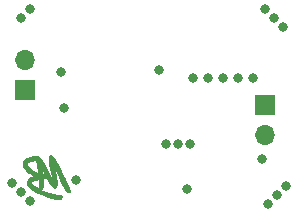
<source format=gbr>
%TF.GenerationSoftware,KiCad,Pcbnew,7.0.5*%
%TF.CreationDate,2023-06-26T08:48:10-07:00*%
%TF.ProjectId,42Vdownto5V,34325664-6f77-46e7-946f-35562e6b6963,rev?*%
%TF.SameCoordinates,Original*%
%TF.FileFunction,Soldermask,Bot*%
%TF.FilePolarity,Negative*%
%FSLAX46Y46*%
G04 Gerber Fmt 4.6, Leading zero omitted, Abs format (unit mm)*
G04 Created by KiCad (PCBNEW 7.0.5) date 2023-06-26 08:48:10*
%MOMM*%
%LPD*%
G01*
G04 APERTURE LIST*
%ADD10C,0.010000*%
%ADD11R,1.700000X1.700000*%
%ADD12O,1.700000X1.700000*%
%ADD13C,0.800000*%
G04 APERTURE END LIST*
%TO.C,G\u002A\u002A\u002A*%
D10*
X105891237Y-99274588D02*
X105999083Y-99486517D01*
X106005524Y-99499226D01*
X106111587Y-99707109D01*
X106149249Y-99779667D01*
X106200531Y-99878466D01*
X106273276Y-100014954D01*
X106330742Y-100118229D01*
X106373850Y-100189947D01*
X106403518Y-100231763D01*
X106420668Y-100245334D01*
X106424248Y-100242362D01*
X106425934Y-100207586D01*
X106417004Y-100136038D01*
X106398009Y-100030609D01*
X106369501Y-99894192D01*
X106332031Y-99729680D01*
X106286152Y-99539965D01*
X106262157Y-99442525D01*
X106215064Y-99245809D01*
X106178109Y-99081266D01*
X106150246Y-98942959D01*
X106130428Y-98824952D01*
X106117610Y-98721306D01*
X106110746Y-98626085D01*
X106108789Y-98533353D01*
X106108797Y-98528815D01*
X106110728Y-98412018D01*
X106118441Y-98330740D01*
X106135673Y-98278428D01*
X106166158Y-98248528D01*
X106213631Y-98234487D01*
X106281829Y-98229750D01*
X106302164Y-98231194D01*
X106356756Y-98252541D01*
X106418356Y-98300481D01*
X106488024Y-98376615D01*
X106566822Y-98482543D01*
X106655813Y-98619864D01*
X106756057Y-98790179D01*
X106868618Y-98995087D01*
X106994557Y-99236189D01*
X107134936Y-99515084D01*
X107193426Y-99633995D01*
X107289465Y-99832427D01*
X107390693Y-100044764D01*
X107491011Y-100258096D01*
X107584323Y-100459518D01*
X107664530Y-100636120D01*
X107679311Y-100669149D01*
X107754764Y-100839440D01*
X107813322Y-100976263D01*
X107855961Y-101083734D01*
X107883659Y-101165970D01*
X107897393Y-101227091D01*
X107898141Y-101271213D01*
X107886879Y-101302454D01*
X107864584Y-101324931D01*
X107832235Y-101342763D01*
X107816336Y-101349641D01*
X107750164Y-101365101D01*
X107694453Y-101347651D01*
X107636196Y-101294060D01*
X107598380Y-101248418D01*
X107556420Y-101190875D01*
X107512620Y-101122530D01*
X107465192Y-101039843D01*
X107412343Y-100939272D01*
X107352285Y-100817277D01*
X107283226Y-100670318D01*
X107203376Y-100494855D01*
X107110944Y-100287345D01*
X107004139Y-100044250D01*
X106966092Y-99957732D01*
X106893057Y-99794318D01*
X106822302Y-99639252D01*
X106755923Y-99496884D01*
X106696012Y-99371564D01*
X106644664Y-99267642D01*
X106603973Y-99189467D01*
X106576033Y-99141389D01*
X106562938Y-99127758D01*
X106562804Y-99131957D01*
X106568940Y-99168060D01*
X106583007Y-99234804D01*
X106603393Y-99324739D01*
X106628484Y-99430417D01*
X106680176Y-99654874D01*
X106734719Y-99927443D01*
X106774055Y-100173169D01*
X106798115Y-100390269D01*
X106806833Y-100576959D01*
X106800142Y-100731458D01*
X106777975Y-100851982D01*
X106740264Y-100936748D01*
X106686943Y-100983974D01*
X106679752Y-100986861D01*
X106613785Y-100989852D01*
X106534625Y-100962046D01*
X106450933Y-100907643D01*
X106371370Y-100830848D01*
X106366513Y-100825157D01*
X106295310Y-100732048D01*
X106219159Y-100617838D01*
X106146108Y-100495904D01*
X106084200Y-100379624D01*
X106041483Y-100282375D01*
X105996994Y-100160667D01*
X105625778Y-100160667D01*
X105617925Y-100536375D01*
X105615845Y-100619573D01*
X105609633Y-100762294D01*
X105599898Y-100870331D01*
X105585513Y-100948807D01*
X105565351Y-101002846D01*
X105538286Y-101037573D01*
X105503191Y-101058111D01*
X105469563Y-101065073D01*
X105402464Y-101059073D01*
X105339021Y-101035426D01*
X105298301Y-100999579D01*
X105289501Y-100967900D01*
X105281462Y-100900106D01*
X105275795Y-100807942D01*
X105272644Y-100700995D01*
X105272153Y-100588848D01*
X105274465Y-100481086D01*
X105279724Y-100387293D01*
X105288073Y-100317054D01*
X105303730Y-100230025D01*
X105193541Y-100250053D01*
X105184772Y-100251685D01*
X105081005Y-100275407D01*
X104967360Y-100307732D01*
X104856684Y-100344429D01*
X104761824Y-100381270D01*
X104695625Y-100414023D01*
X104666423Y-100434759D01*
X104629997Y-100482851D01*
X104628641Y-100539899D01*
X104662895Y-100609956D01*
X104733298Y-100697078D01*
X104749116Y-100713918D01*
X104860499Y-100814042D01*
X105005769Y-100917991D01*
X105187435Y-101027424D01*
X105408001Y-101144002D01*
X105586738Y-101226691D01*
X105878054Y-101338296D01*
X106188876Y-101433182D01*
X106506341Y-101507571D01*
X106817583Y-101557689D01*
X106866002Y-101563679D01*
X106990422Y-101581485D01*
X107080643Y-101600254D01*
X107142751Y-101622737D01*
X107182836Y-101651679D01*
X107206982Y-101689829D01*
X107221278Y-101739935D01*
X107223096Y-101770225D01*
X107202661Y-101837404D01*
X107157344Y-101893400D01*
X107097620Y-101922728D01*
X107058476Y-101926753D01*
X106957660Y-101925437D01*
X106827859Y-101913447D01*
X106676578Y-101891923D01*
X106511321Y-101862007D01*
X106339592Y-101824838D01*
X106168897Y-101781559D01*
X105952506Y-101717619D01*
X105684630Y-101625582D01*
X105428227Y-101523477D01*
X105187642Y-101413611D01*
X104967221Y-101298292D01*
X104771311Y-101179826D01*
X104604258Y-101060522D01*
X104470406Y-100942687D01*
X104374102Y-100828627D01*
X104308715Y-100712320D01*
X104275803Y-100593858D01*
X104276594Y-100468170D01*
X104290476Y-100396675D01*
X104343025Y-100276089D01*
X104430778Y-100175736D01*
X104555001Y-100094357D01*
X104716960Y-100030692D01*
X104748056Y-100021569D01*
X104792652Y-100008533D01*
X104821194Y-99996497D01*
X104831047Y-99981812D01*
X104819577Y-99960828D01*
X104784149Y-99929897D01*
X104722130Y-99885371D01*
X104630886Y-99823600D01*
X104507782Y-99740936D01*
X104476417Y-99719609D01*
X104316194Y-99602763D01*
X104190705Y-99494248D01*
X104095694Y-99388677D01*
X104026908Y-99280660D01*
X103980092Y-99164811D01*
X103950991Y-99035740D01*
X103946280Y-99001655D01*
X103945912Y-98977496D01*
X104293151Y-98977496D01*
X104321995Y-99070572D01*
X104378185Y-99173321D01*
X104459972Y-99280035D01*
X104494376Y-99315779D01*
X104588695Y-99397024D01*
X104703993Y-99481387D01*
X104827814Y-99560635D01*
X104947705Y-99626535D01*
X105051211Y-99670855D01*
X105121181Y-99694113D01*
X105176087Y-99709972D01*
X105205490Y-99712673D01*
X105217319Y-99702667D01*
X105219500Y-99680403D01*
X105217362Y-99658152D01*
X105208955Y-99599292D01*
X105195307Y-99512840D01*
X105177632Y-99405732D01*
X105157144Y-99284904D01*
X105152804Y-99259827D01*
X105520685Y-99259827D01*
X105520989Y-99284333D01*
X105526558Y-99341955D01*
X105536478Y-99424375D01*
X105549834Y-99523279D01*
X105572068Y-99680403D01*
X105586114Y-99779667D01*
X105790785Y-99779667D01*
X105659449Y-99515999D01*
X105642684Y-99482520D01*
X105596792Y-99392802D01*
X105558812Y-99321353D01*
X105532306Y-99274761D01*
X105520833Y-99259611D01*
X105520685Y-99259827D01*
X105152804Y-99259827D01*
X105145694Y-99218750D01*
X105494666Y-99218750D01*
X105505250Y-99229334D01*
X105515833Y-99218750D01*
X105505250Y-99208167D01*
X105494666Y-99218750D01*
X105145694Y-99218750D01*
X105135056Y-99157292D01*
X105112584Y-99029831D01*
X105090942Y-98909458D01*
X105071343Y-98803108D01*
X105055001Y-98717718D01*
X105043132Y-98660223D01*
X105036948Y-98637559D01*
X105023795Y-98636239D01*
X104976048Y-98640145D01*
X104902456Y-98649803D01*
X104812253Y-98664122D01*
X104779368Y-98670054D01*
X104635356Y-98703618D01*
X104505500Y-98745753D01*
X104399182Y-98793031D01*
X104325782Y-98842019D01*
X104324497Y-98843203D01*
X104293402Y-98899803D01*
X104293151Y-98977496D01*
X103945912Y-98977496D01*
X103944200Y-98865116D01*
X103974437Y-98747854D01*
X104039480Y-98645638D01*
X104141815Y-98554237D01*
X104283930Y-98469419D01*
X104372466Y-98429888D01*
X104499069Y-98383346D01*
X104639514Y-98339281D01*
X104778929Y-98302320D01*
X104902442Y-98277085D01*
X105011525Y-98263700D01*
X105115663Y-98266260D01*
X105203338Y-98292745D01*
X105286787Y-98347184D01*
X105378250Y-98433601D01*
X105406094Y-98463307D01*
X105452365Y-98516648D01*
X105497955Y-98575604D01*
X105545257Y-98644235D01*
X105596666Y-98726599D01*
X105654574Y-98826756D01*
X105721377Y-98948767D01*
X105799466Y-99096691D01*
X105862433Y-99218750D01*
X105891237Y-99274588D01*
G36*
X105891237Y-99274588D02*
G01*
X105999083Y-99486517D01*
X106005524Y-99499226D01*
X106111587Y-99707109D01*
X106149249Y-99779667D01*
X106200531Y-99878466D01*
X106273276Y-100014954D01*
X106330742Y-100118229D01*
X106373850Y-100189947D01*
X106403518Y-100231763D01*
X106420668Y-100245334D01*
X106424248Y-100242362D01*
X106425934Y-100207586D01*
X106417004Y-100136038D01*
X106398009Y-100030609D01*
X106369501Y-99894192D01*
X106332031Y-99729680D01*
X106286152Y-99539965D01*
X106262157Y-99442525D01*
X106215064Y-99245809D01*
X106178109Y-99081266D01*
X106150246Y-98942959D01*
X106130428Y-98824952D01*
X106117610Y-98721306D01*
X106110746Y-98626085D01*
X106108789Y-98533353D01*
X106108797Y-98528815D01*
X106110728Y-98412018D01*
X106118441Y-98330740D01*
X106135673Y-98278428D01*
X106166158Y-98248528D01*
X106213631Y-98234487D01*
X106281829Y-98229750D01*
X106302164Y-98231194D01*
X106356756Y-98252541D01*
X106418356Y-98300481D01*
X106488024Y-98376615D01*
X106566822Y-98482543D01*
X106655813Y-98619864D01*
X106756057Y-98790179D01*
X106868618Y-98995087D01*
X106994557Y-99236189D01*
X107134936Y-99515084D01*
X107193426Y-99633995D01*
X107289465Y-99832427D01*
X107390693Y-100044764D01*
X107491011Y-100258096D01*
X107584323Y-100459518D01*
X107664530Y-100636120D01*
X107679311Y-100669149D01*
X107754764Y-100839440D01*
X107813322Y-100976263D01*
X107855961Y-101083734D01*
X107883659Y-101165970D01*
X107897393Y-101227091D01*
X107898141Y-101271213D01*
X107886879Y-101302454D01*
X107864584Y-101324931D01*
X107832235Y-101342763D01*
X107816336Y-101349641D01*
X107750164Y-101365101D01*
X107694453Y-101347651D01*
X107636196Y-101294060D01*
X107598380Y-101248418D01*
X107556420Y-101190875D01*
X107512620Y-101122530D01*
X107465192Y-101039843D01*
X107412343Y-100939272D01*
X107352285Y-100817277D01*
X107283226Y-100670318D01*
X107203376Y-100494855D01*
X107110944Y-100287345D01*
X107004139Y-100044250D01*
X106966092Y-99957732D01*
X106893057Y-99794318D01*
X106822302Y-99639252D01*
X106755923Y-99496884D01*
X106696012Y-99371564D01*
X106644664Y-99267642D01*
X106603973Y-99189467D01*
X106576033Y-99141389D01*
X106562938Y-99127758D01*
X106562804Y-99131957D01*
X106568940Y-99168060D01*
X106583007Y-99234804D01*
X106603393Y-99324739D01*
X106628484Y-99430417D01*
X106680176Y-99654874D01*
X106734719Y-99927443D01*
X106774055Y-100173169D01*
X106798115Y-100390269D01*
X106806833Y-100576959D01*
X106800142Y-100731458D01*
X106777975Y-100851982D01*
X106740264Y-100936748D01*
X106686943Y-100983974D01*
X106679752Y-100986861D01*
X106613785Y-100989852D01*
X106534625Y-100962046D01*
X106450933Y-100907643D01*
X106371370Y-100830848D01*
X106366513Y-100825157D01*
X106295310Y-100732048D01*
X106219159Y-100617838D01*
X106146108Y-100495904D01*
X106084200Y-100379624D01*
X106041483Y-100282375D01*
X105996994Y-100160667D01*
X105625778Y-100160667D01*
X105617925Y-100536375D01*
X105615845Y-100619573D01*
X105609633Y-100762294D01*
X105599898Y-100870331D01*
X105585513Y-100948807D01*
X105565351Y-101002846D01*
X105538286Y-101037573D01*
X105503191Y-101058111D01*
X105469563Y-101065073D01*
X105402464Y-101059073D01*
X105339021Y-101035426D01*
X105298301Y-100999579D01*
X105289501Y-100967900D01*
X105281462Y-100900106D01*
X105275795Y-100807942D01*
X105272644Y-100700995D01*
X105272153Y-100588848D01*
X105274465Y-100481086D01*
X105279724Y-100387293D01*
X105288073Y-100317054D01*
X105303730Y-100230025D01*
X105193541Y-100250053D01*
X105184772Y-100251685D01*
X105081005Y-100275407D01*
X104967360Y-100307732D01*
X104856684Y-100344429D01*
X104761824Y-100381270D01*
X104695625Y-100414023D01*
X104666423Y-100434759D01*
X104629997Y-100482851D01*
X104628641Y-100539899D01*
X104662895Y-100609956D01*
X104733298Y-100697078D01*
X104749116Y-100713918D01*
X104860499Y-100814042D01*
X105005769Y-100917991D01*
X105187435Y-101027424D01*
X105408001Y-101144002D01*
X105586738Y-101226691D01*
X105878054Y-101338296D01*
X106188876Y-101433182D01*
X106506341Y-101507571D01*
X106817583Y-101557689D01*
X106866002Y-101563679D01*
X106990422Y-101581485D01*
X107080643Y-101600254D01*
X107142751Y-101622737D01*
X107182836Y-101651679D01*
X107206982Y-101689829D01*
X107221278Y-101739935D01*
X107223096Y-101770225D01*
X107202661Y-101837404D01*
X107157344Y-101893400D01*
X107097620Y-101922728D01*
X107058476Y-101926753D01*
X106957660Y-101925437D01*
X106827859Y-101913447D01*
X106676578Y-101891923D01*
X106511321Y-101862007D01*
X106339592Y-101824838D01*
X106168897Y-101781559D01*
X105952506Y-101717619D01*
X105684630Y-101625582D01*
X105428227Y-101523477D01*
X105187642Y-101413611D01*
X104967221Y-101298292D01*
X104771311Y-101179826D01*
X104604258Y-101060522D01*
X104470406Y-100942687D01*
X104374102Y-100828627D01*
X104308715Y-100712320D01*
X104275803Y-100593858D01*
X104276594Y-100468170D01*
X104290476Y-100396675D01*
X104343025Y-100276089D01*
X104430778Y-100175736D01*
X104555001Y-100094357D01*
X104716960Y-100030692D01*
X104748056Y-100021569D01*
X104792652Y-100008533D01*
X104821194Y-99996497D01*
X104831047Y-99981812D01*
X104819577Y-99960828D01*
X104784149Y-99929897D01*
X104722130Y-99885371D01*
X104630886Y-99823600D01*
X104507782Y-99740936D01*
X104476417Y-99719609D01*
X104316194Y-99602763D01*
X104190705Y-99494248D01*
X104095694Y-99388677D01*
X104026908Y-99280660D01*
X103980092Y-99164811D01*
X103950991Y-99035740D01*
X103946280Y-99001655D01*
X103945912Y-98977496D01*
X104293151Y-98977496D01*
X104321995Y-99070572D01*
X104378185Y-99173321D01*
X104459972Y-99280035D01*
X104494376Y-99315779D01*
X104588695Y-99397024D01*
X104703993Y-99481387D01*
X104827814Y-99560635D01*
X104947705Y-99626535D01*
X105051211Y-99670855D01*
X105121181Y-99694113D01*
X105176087Y-99709972D01*
X105205490Y-99712673D01*
X105217319Y-99702667D01*
X105219500Y-99680403D01*
X105217362Y-99658152D01*
X105208955Y-99599292D01*
X105195307Y-99512840D01*
X105177632Y-99405732D01*
X105157144Y-99284904D01*
X105152804Y-99259827D01*
X105520685Y-99259827D01*
X105520989Y-99284333D01*
X105526558Y-99341955D01*
X105536478Y-99424375D01*
X105549834Y-99523279D01*
X105572068Y-99680403D01*
X105586114Y-99779667D01*
X105790785Y-99779667D01*
X105659449Y-99515999D01*
X105642684Y-99482520D01*
X105596792Y-99392802D01*
X105558812Y-99321353D01*
X105532306Y-99274761D01*
X105520833Y-99259611D01*
X105520685Y-99259827D01*
X105152804Y-99259827D01*
X105145694Y-99218750D01*
X105494666Y-99218750D01*
X105505250Y-99229334D01*
X105515833Y-99218750D01*
X105505250Y-99208167D01*
X105494666Y-99218750D01*
X105145694Y-99218750D01*
X105135056Y-99157292D01*
X105112584Y-99029831D01*
X105090942Y-98909458D01*
X105071343Y-98803108D01*
X105055001Y-98717718D01*
X105043132Y-98660223D01*
X105036948Y-98637559D01*
X105023795Y-98636239D01*
X104976048Y-98640145D01*
X104902456Y-98649803D01*
X104812253Y-98664122D01*
X104779368Y-98670054D01*
X104635356Y-98703618D01*
X104505500Y-98745753D01*
X104399182Y-98793031D01*
X104325782Y-98842019D01*
X104324497Y-98843203D01*
X104293402Y-98899803D01*
X104293151Y-98977496D01*
X103945912Y-98977496D01*
X103944200Y-98865116D01*
X103974437Y-98747854D01*
X104039480Y-98645638D01*
X104141815Y-98554237D01*
X104283930Y-98469419D01*
X104372466Y-98429888D01*
X104499069Y-98383346D01*
X104639514Y-98339281D01*
X104778929Y-98302320D01*
X104902442Y-98277085D01*
X105011525Y-98263700D01*
X105115663Y-98266260D01*
X105203338Y-98292745D01*
X105286787Y-98347184D01*
X105378250Y-98433601D01*
X105406094Y-98463307D01*
X105452365Y-98516648D01*
X105497955Y-98575604D01*
X105545257Y-98644235D01*
X105596666Y-98726599D01*
X105654574Y-98826756D01*
X105721377Y-98948767D01*
X105799466Y-99096691D01*
X105862433Y-99218750D01*
X105891237Y-99274588D01*
G37*
%TD*%
D11*
%TO.C,J2*%
X124460000Y-93980000D03*
D12*
X124460000Y-96520000D03*
%TD*%
D11*
%TO.C,J1*%
X104140000Y-92710000D03*
D12*
X104140000Y-90170000D03*
%TD*%
D13*
X108458000Y-100330000D03*
X117856000Y-101092000D03*
X107442000Y-94234000D03*
X107188000Y-91186000D03*
X124714000Y-102362000D03*
X125476000Y-101600000D03*
X126238000Y-100838000D03*
X104524000Y-102108000D03*
X103762000Y-101346000D03*
X103000000Y-100584000D03*
X103762000Y-86614000D03*
X104524000Y-85852000D03*
X125984000Y-87376000D03*
X125222000Y-86614000D03*
X124460000Y-85852000D03*
X123444000Y-91694000D03*
X122174000Y-91694000D03*
X120904000Y-91694000D03*
X119634000Y-91694000D03*
X118364000Y-91694000D03*
X124206000Y-98552000D03*
X118110000Y-97282000D03*
X117094000Y-97282000D03*
X116078000Y-97282000D03*
X115500000Y-91000000D03*
M02*

</source>
